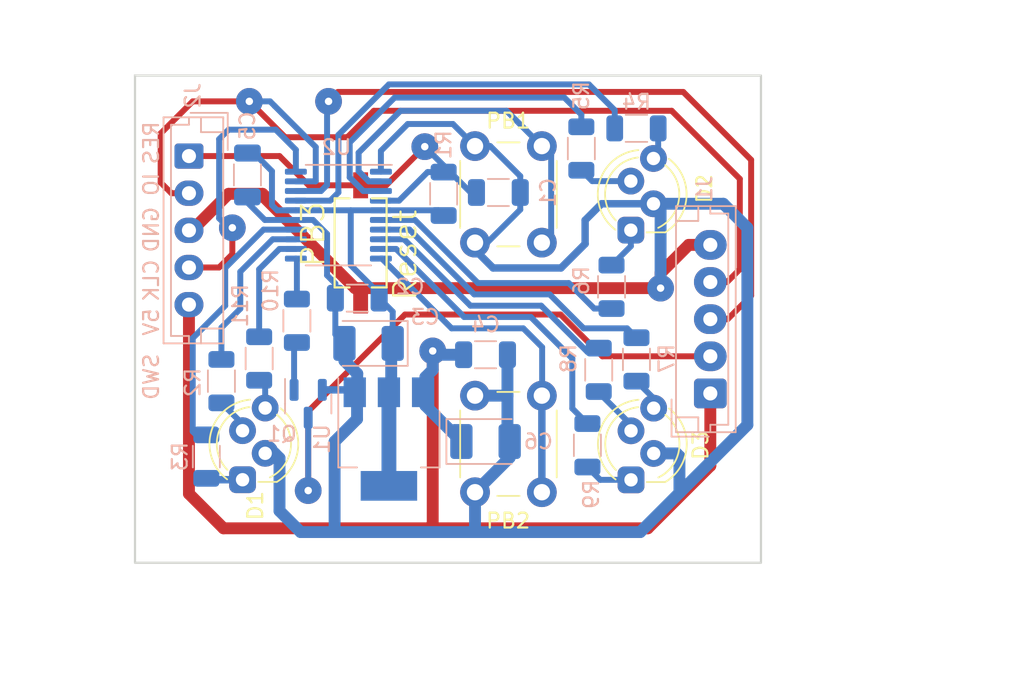
<source format=kicad_pcb>
(kicad_pcb (version 20211014) (generator pcbnew)
  (layers (0 "F.Cu" signal) (31 "B.Cu" signal) (34 "B.Paste" user) (35 "F.Paste" user) (36 "B.SilkS" user "B.Silkscreen") (37 "F.SilkS" user "F.Silkscreen") (38 "B.Mask" user) (39 "F.Mask" user) (44 "Edge.Cuts" user))
  (net 0 "")
  (net 1 "GNDD")
  (net 2 "Net-(C1-Pad2)")
  (net 3 "+3.3V")
  (net 4 "VDD")
  (net 5 "/SWDIO")
  (net 6 "/SWGCLK")
  (net 7 "Net-(D1-Pad4)")
  (net 8 "/SENS2")
  (net 9 "/RELE")
  (net 10 "/PB2")
  (net 11 "/PB1")
  (net 12 "/LED2_1")
  (net 13 "/LED2_2")
  (net 14 "/LED2_3")
  (net 15 "/LED3_1")
  (net 16 "/LED3_2")
  (net 17 "/LED3_3")
  (net 18 "Net-(D1-Pad1)")
  (net 19 "Net-(D1-Pad3)")
  (net 20 "Net-(D2-Pad1)")
  (net 21 "Net-(D2-Pad3)")
  (net 22 "Net-(D2-Pad4)")
  (net 23 "Net-(D3-Pad1)")
  (net 24 "Net-(D3-Pad3)")
  (net 25 "Net-(D3-Pad4)")
  (net 26 "/RELE_LED1")
  (net 27 "/RELE_LED2")
  (net 28 "/RELE_OUT")
  (net 29 "Net-(Q1-Pad1)")
  (net 30 "/RELE_LED3")
  (footprint "Button_Switch_THT:SW_PUSH_6mm" (layer "F.Cu") (at 248.2 46.25 90)
    (fp_text reference "PB2" (at -1.922 2.232) (layer "F.SilkS"))
    (fp_text value "кнопка" hide)
    (fp_line (start 6.75 3) (end 6.75 1.5) (layer "F.SilkS") (width 0.12))
    (fp_line (start -0.25 1.5) (end -0.25 3) (layer "F.SilkS") (width 0.12))
    (fp_line (start 1 5.5) (end 5.5 5.5) (layer "F.SilkS") (width 0.12))
    (fp_line (start 5.5 -1) (end 1 -1) (layer "F.SilkS") (width 0.12))
    (pad "1" thru_hole circle locked (at 0 0 180) (size 2 2) (drill 1.1) (layers *.Cu *.Mask) (net 1 "GNDD"))
    (pad "1" thru_hole circle locked (at 6.5 0 180) (size 2 2) (drill 1.1) (layers *.Cu *.Mask) (net 1 "GNDD"))
    (pad "2" thru_hole circle locked (at 6.5 4.5 180) (size 2 2) (drill 1.1) (layers *.Cu *.Mask) (net 10 "/PB2"))
    (pad "2" thru_hole circle locked (at 0 4.5 180) (size 2 2) (drill 1.1) (layers *.Cu *.Mask) (net 10 "/PB2"))
  )
  (footprint "кнопки:PB_SMD_3x6x2.5" (layer "F.Cu") (at 240.499 25.589 -90)
    (fp_text reference "PB3" (at 3.3 3.2 90) (layer "F.SilkS") (effects (font (size 1.5 1.5))))
    (fp_text value "Reset" (at 4.7 -3 90) (layer "F.SilkS") (effects (font (size 1.5 1.5))))
    (fp_line (start 6.875 -1.75) (end 6.875 -0.75) (layer "F.SilkS") (width 0.15))
    (fp_line (start 0.875 1.75) (end 6.875 1.75) (layer "F.SilkS") (width 0.15))
    (fp_line (start 0.875 -1.75) (end 6.875 -1.75) (layer "F.SilkS") (width 0.15))
    (fp_line (start 6.875 0.75) (end 6.875 1.75) (layer "F.SilkS") (width 0.15))
    (fp_line (start 0.875 0.75) (end 0.875 1.75) (layer "F.SilkS") (width 0.15))
    (fp_line (start 0.875 -1.75) (end 0.875 -0.75) (layer "F.SilkS") (width 0.15))
    (pad "1" smd rect locked (at 0 0 270) (size 1.75 1) (layers "F.Cu" "F.Paste" "F.Mask") (net 2 "Net-(C1-Pad2)"))
    (pad "2" smd rect locked (at 7.75 0 270) (size 1.75 1) (layers "F.Cu" "F.Paste" "F.Mask") (net 1 "GNDD"))
  )
  (footprint "LED_THT:LED_D5.0mm-4_RGB_Staggered_Pins" (layer "F.Cu") (at 232.55 45.41 90)
    (fp_text reference "D1" (at -1.746 0.864 90) (layer "F.SilkS"))
    (fp_text value "LED_RKGB" hide)
    (fp_line (start -0.147 1.061188) (end -0.147 2.307) (layer "F.SilkS") (width 0.12))
    (fp_arc (start 0.660401 -1.015999) (mid 3.242766 -1.592649) (end 4.89309 0.475579) (layer "F.SilkS") (width 0.12))
    (fp_arc (start 0.028 -1.038) (mid 3.238737 -2.109652) (end 5.389836 0.503784) (layer "F.SilkS") (width 0.12))
    (fp_arc (start 4.804334 2.556887) (mid 2.262188 3.748194) (end -0.147 2.30683) (layer "F.SilkS") (width 0.12))
    (fp_arc (start 4.372086 2.315056) (mid 2.134091 3.246393) (end 0.158316 1.842) (layer "F.SilkS") (width 0.12))
    (pad "1" thru_hole roundrect locked (at 0 0 90) (size 1.8 1.8) (drill 0.9) (layers *.Cu *.Mask) (net 18 "Net-(D1-Pad1)"))
    (pad "2" thru_hole circle locked (at 1.778 1.524 90) (size 1.8 1.8) (drill 0.9) (layers *.Cu *.Mask) (net 1 "GNDD"))
    (pad "3" thru_hole circle locked (at 3.302 0 90) (size 1.8 1.8) (drill 0.9) (layers *.Cu *.Mask) (net 19 "Net-(D1-Pad3)"))
    (pad "4" thru_hole circle locked (at 4.826 1.524 90) (size 1.8 1.8) (drill 0.9) (layers *.Cu *.Mask) (net 7 "Net-(D1-Pad4)"))
  )
  (footprint "Button_Switch_THT:SW_PUSH_6mm" (layer "F.Cu") (at 248.2 29.45 90)
    (fp_text reference "PB1" (at 8.202 2.232 180) (layer "F.SilkS"))
    (fp_text value "кнопка")
    (fp_line (start 5.5 -1) (end 1 -1) (layer "F.SilkS") (width 0.12))
    (fp_line (start 6.75 3) (end 6.75 1.5) (layer "F.SilkS") (width 0.12))
    (fp_line (start -0.25 1.5) (end -0.25 3) (layer "F.SilkS") (width 0.12))
    (fp_line (start 1 5.5) (end 5.5 5.5) (layer "F.SilkS") (width 0.12))
    (pad "1" thru_hole circle locked (at 0 0 180) (size 2 2) (drill 1.1) (layers *.Cu *.Mask) (net 1 "GNDD"))
    (pad "1" thru_hole circle locked (at 6.5 0 180) (size 2 2) (drill 1.1) (layers *.Cu *.Mask) (net 1 "GNDD"))
    (pad "2" thru_hole circle locked (at 6.5 4.5 180) (size 2 2) (drill 1.1) (layers *.Cu *.Mask) (net 11 "/PB1"))
    (pad "2" thru_hole circle locked (at 0 4.5 180) (size 2 2) (drill 1.1) (layers *.Cu *.Mask) (net 11 "/PB1"))
  )
  (footprint "LED_THT:LED_D5.0mm-4_RGB_Staggered_Pins" (layer "F.Cu") (at 258.702 45.418 90)
    (fp_text reference "D3" (at 2.326 4.684 90) (layer "F.SilkS"))
    (fp_text value "LED_RKGB" hide)
    (fp_line (start -0.147 1.061188) (end -0.147 2.307) (layer "F.SilkS") (width 0.12))
    (fp_arc (start 0.028 -1.038) (mid 3.238737 -2.109652) (end 5.389836 0.503784) (layer "F.SilkS") (width 0.12))
    (fp_arc (start 4.804334 2.556887) (mid 2.262188 3.748194) (end -0.147 2.30683) (layer "F.SilkS") (width 0.12))
    (fp_arc (start 0.660401 -1.015999) (mid 3.242766 -1.592649) (end 4.89309 0.475579) (layer "F.SilkS") (width 0.12))
    (fp_arc (start 4.372086 2.315056) (mid 2.134091 3.246393) (end 0.158316 1.842) (layer "F.SilkS") (width 0.12))
    (pad "1" thru_hole roundrect locked (at 0 0 90) (size 1.8 1.8) (drill 0.9) (layers *.Cu *.Mask) (net 23 "Net-(D3-Pad1)"))
    (pad "2" thru_hole circle locked (at 1.778 1.524 90) (size 1.8 1.8) (drill 0.9) (layers *.Cu *.Mask) (net 1 "GNDD"))
    (pad "3" thru_hole circle locked (at 3.302 0 90) (size 1.8 1.8) (drill 0.9) (layers *.Cu *.Mask) (net 24 "Net-(D3-Pad3)"))
    (pad "4" thru_hole circle locked (at 4.826 1.524 90) (size 1.8 1.8) (drill 0.9) (layers *.Cu *.Mask) (net 25 "Net-(D3-Pad4)"))
  )
  (footprint "LED_THT:LED_D5.0mm-4_RGB_Staggered_Pins" (layer "F.Cu") (at 258.69 28.61 90)
    (fp_text reference "D2" (at 2.79 4.95 90) (layer "F.SilkS"))
    (fp_text value "LED_RKGB")
    (fp_line (start -0.147 1.061188) (end -0.147 2.307) (layer "F.SilkS") (width 0.12))
    (fp_arc (start 0.660401 -1.015999) (mid 3.242766 -1.592649) (end 4.89309 0.475579) (layer "F.SilkS") (width 0.12))
    (fp_arc (start 0.028 -1.038) (mid 3.238737 -2.109652) (end 5.389836 0.503784) (layer "F.SilkS") (width 0.12))
    (fp_arc (start 4.372086 2.315056) (mid 2.134091 3.246393) (end 0.158316 1.842) (layer "F.SilkS") (width 0.12))
    (fp_arc (start 4.804334 2.556887) (mid 2.262188 3.748194) (end -0.147 2.30683) (layer "F.SilkS") (width 0.12))
    (pad "1" thru_hole roundrect locked (at 0 0 90) (size 1.8 1.8) (drill 0.9) (layers *.Cu *.Mask) (net 20 "Net-(D2-Pad1)"))
    (pad "2" thru_hole circle locked (at 1.778 1.524 90) (size 1.8 1.8) (drill 0.9) (layers *.Cu *.Mask) (net 1 "GNDD"))
    (pad "3" thru_hole circle locked (at 3.302 0 90) (size 1.8 1.8) (drill 0.9) (layers *.Cu *.Mask) (net 21 "Net-(D2-Pad3)"))
    (pad "4" thru_hole circle locked (at 4.826 1.524 90) (size 1.8 1.8) (drill 0.9) (layers *.Cu *.Mask) (net 22 "Net-(D2-Pad4)"))
  )
  (footprint "Resistor_SMD:R_1206_3216Metric" (layer "B.Cu") (at 236.208 34.71 -90)
    (fp_text reference "R10" (at -2.032 1.778 90) (layer "B.SilkS") (effects (justify mirror)))
    (fp_text value "1k")
    (fp_line (start -0.727064 0.91) (end 0.727064 0.91) (layer "B.SilkS") (width 0.12))
    (fp_line (start -0.727064 -0.91) (end 0.727064 -0.91) (layer "B.SilkS") (width 0.12))
    (pad "1" smd roundrect (at -1.4625 0 270) (size 1.125 1.75) (layers "B.Cu" "B.Paste" "B.Mask") (roundrect_rratio 0.2222222222) (net 9 "/RELE"))
    (pad "2" smd roundrect (at 1.4625 0 270) (size 1.125 1.75) (layers "B.Cu" "B.Paste" "B.Mask") (roundrect_rratio 0.2222222222) (net 29 "Net-(Q1-Pad1)"))
  )
  (footprint "Package_SO:TSSOP-20_4.4x6.5mm_P0.65mm" (layer "B.Cu") (at 239.002 27.598 180)
    (fp_text reference "U2" (at 0.127 4.572) (layer "B.SilkS") (effects (justify mirror)))
    (fp_text value "STM32F030F4P6")
    (fp_line (start 0 3.385) (end -3.6 3.385) (layer "B.SilkS") (width 0.12))
    (fp_line (start 0 -3.385) (end -2.2 -3.385) (layer "B.SilkS") (width 0.12))
    (fp_line (start 0 3.385) (end 2.2 3.385) (layer "B.SilkS") (width 0.12))
    (fp_line (start 0 -3.385) (end 2.2 -3.385) (layer "B.SilkS") (width 0.12))
    (pad "1" smd roundrect (at -2.8625 2.925 180) (size 1.475 0.4) (layers "B.Cu" "B.Paste" "B.Mask") (net 1 "GNDD"))
    (pad "2" smd roundrect (at -2.8625 2.275 180) (size 1.475 0.4) (layers "B.Cu" "B.Paste" "B.Mask") (net 11 "/PB1"))
    (pad "3" smd roundrect (at -2.8625 1.625 180) (size 1.475 0.4) (layers "B.Cu" "B.Paste" "B.Mask") (net 13 "/LED2_2"))
    (pad "4" smd roundrect (at -2.8625 0.975 180) (size 1.475 0.4) (layers "B.Cu" "B.Paste" "B.Mask") (net 2 "Net-(C1-Pad2)"))
    (pad "5" smd roundrect (at -2.8625 0.325 180) (size 1.475 0.4) (layers "B.Cu" "B.Paste" "B.Mask") (net 3 "+3.3V"))
    (pad "6" smd roundrect (at -2.8625 -0.325 180) (size 1.475 0.4) (layers "B.Cu" "B.Paste" "B.Mask") (net 12 "/LED2_1"))
    (pad "7" smd roundrect (at -2.8625 -0.975 180) (size 1.475 0.4) (layers "B.Cu" "B.Paste" "B.Mask") (net 17 "/LED3_3"))
    (pad "8" smd roundrect (at -2.8625 -1.625 180) (size 1.475 0.4) (layers "B.Cu" "B.Paste" "B.Mask") (net 16 "/LED3_2"))
    (pad "9" smd roundrect (at -2.8625 -2.275 180) (size 1.475 0.4) (layers "B.Cu" "B.Paste" "B.Mask") (net 15 "/LED3_1"))
    (pad "10" smd roundrect (at -2.8625 -2.925 180) (size 1.475 0.4) (layers "B.Cu" "B.Paste" "B.Mask") (net 10 "/PB2"))
    (pad "11" smd roundrect (at 2.8625 -2.925 180) (size 1.475 0.4) (layers "B.Cu" "B.Paste" "B.Mask") (net 9 "/RELE"))
    (pad "12" smd roundrect (at 2.8625 -2.275 180) (size 1.475 0.4) (layers "B.Cu" "B.Paste" "B.Mask") (net 30 "/RELE_LED3"))
    (pad "13" smd roundrect (at 2.8625 -1.625 180) (size 1.475 0.4) (layers "B.Cu" "B.Paste" "B.Mask") (net 27 "/RELE_LED2"))
    (pad "14" smd roundrect (at 2.8625 -0.975 180) (size 1.475 0.4) (layers "B.Cu" "B.Paste" "B.Mask") (net 26 "/RELE_LED1"))
    (pad "15" smd roundrect (at 2.8625 -0.325 180) (size 1.475 0.4) (layers "B.Cu" "B.Paste" "B.Mask") (net 1 "GNDD"))
    (pad "16" smd roundrect (at 2.8625 0.325 180) (size 1.475 0.4) (layers "B.Cu" "B.Paste" "B.Mask") (net 3 "+3.3V"))
    (pad "17" smd roundrect (at 2.8625 0.975 180) (size 1.475 0.4) (layers "B.Cu" "B.Paste" "B.Mask") (net 14 "/LED2_3"))
    (pad "18" smd roundrect (at 2.8625 1.625 180) (size 1.475 0.4) (layers "B.Cu" "B.Paste" "B.Mask") (net 8 "/SENS2"))
    (pad "19" smd roundrect (at 2.8625 2.275 180) (size 1.475 0.4) (layers "B.Cu" "B.Paste" "B.Mask") (net 5 "/SWDIO"))
    (pad "20" smd roundrect (at 2.8625 2.925 180) (size 1.475 0.4) (layers "B.Cu" "B.Paste" "B.Mask") (net 6 "/SWGCLK"))
  )
  (footprint "Connector_JST:JST_EH_B5B-EH-A_1x05_P2.50mm_Vertical" (layer "B.Cu") (at 228.942 23.622 -90)
    (fp_text reference "J2" (at -4.064 -0.254 90) (layer "B.SilkS") (effects (justify mirror)))
    (fp_text value "Conn_01x05")
    (fp_line (start 12.11 0) (end 12.61 0) (layer "B.SilkS") (width 0.12))
    (fp_line (start -1.61 -0.81) (end -1.61 -2.31) (layer "B.SilkS") (width 0.12))
    (fp_line (start 12.61 1.71) (end -2.61 1.71) (layer "B.SilkS") (width 0.12))
    (fp_line (start 12.11 1.21) (end 12.11 0) (layer "B.SilkS") (width 0.12))
    (fp_line (start 12.61 -2.31) (end 12.61 1.71) (layer "B.SilkS") (width 0.12))
    (fp_line (start -2.61 1.71) (end -2.61 -2.31) (layer "B.SilkS") (width 0.12))
    (fp_line (start -2.61 0) (end -2.11 0) (layer "B.SilkS") (width 0.12))
    (fp_line (start -2.61 -2.31) (end 12.61 -2.31) (layer "B.SilkS") (width 0.12))
    (fp_line (start -2.11 1.21) (end 12.11 1.21) (layer "B.SilkS") (width 0.12))
    (fp_line (start 11.61 -0.81) (end 11.61 -2.31) (layer "B.SilkS") (width 0.12))
    (fp_line (start -2.11 0) (end -2.11 1.21) (layer "B.SilkS") (width 0.12))
    (fp_line (start 12.61 -0.81) (end 11.61 -0.81) (layer "B.SilkS") (width 0.12))
    (fp_line (start -2.61 -0.81) (end -1.61 -0.81) (layer "B.SilkS") (width 0.12))
    (fp_line (start -2.91 -2.61) (end -0.41 -2.61) (layer "B.SilkS") (width 0.12))
    (fp_line (start -2.91 -0.11) (end -2.91 -2.61) (layer "B.SilkS") (width 0.12))
    (pad "1" thru_hole roundrect (at 0 0 270) (size 1.7 1.95) (drill 0.95) (layers *.Cu *.Mask) (roundrect_rratio 0.147059) (net 2 "Net-(C1-Pad2)"))
    (pad "2" thru_hole oval (at 2.5 0 270) (size 1.7 1.95) (drill 0.95) (layers *.Cu *.Mask) (net 5 "/SWDIO"))
    (pad "3" thru_hole oval (at 5 0 270) (size 1.7 1.95) (drill 0.95) (layers *.Cu *.Mask) (net 1 "GNDD"))
    (pad "4" thru_hole oval (at 7.5 0 270) (size 1.7 1.95) (drill 0.95) (layers *.Cu *.Mask) (net 6 "/SWGCLK"))
    (pad "5" thru_hole oval (at 10 0 270) (size 1.7 1.95) (drill 0.95) (layers *.Cu *.Mask) (net 4 "VDD"))
  )
  (footprint "Capacitor_Tantalum_SMD:CP_EIA-3528-21_Kemet-B_Pad1.50x2.35mm_HandSolder" (layer "B.Cu") (at 241.034 36.234 180)
    (fp_text reference "C3" (at -3.81 1.778) (layer "B.SilkS") (effects (justify mirror)))
    (fp_text value "100.0x6.3V")
    (fp_line (start 1.75 1.51) (end -2.635 1.51) (layer "B.SilkS") (width 0.12))
    (fp_line (start -2.635 1.51) (end -2.635 -1.51) (layer "B.SilkS") (width 0.12))
    (fp_line (start -2.635 -1.51) (end 1.75 -1.51) (layer "B.SilkS") (width 0.12))
    (pad "1" smd roundrect (at -1.625 0 180) (size 1.5 2.35) (layers "B.Cu" "B.Paste" "B.Mask") (roundrect_rratio 0.1666673333) (net 3 "+3.3V"))
    (pad "2" smd roundrect (at 1.625 0 180) (size 1.5 2.35) (layers "B.Cu" "B.Paste" "B.Mask") (roundrect_rratio 0.1666673333) (net 1 "GNDD"))
  )
  (footprint "Capacitor_SMD:C_1206_3216Metric" (layer "B.Cu") (at 248.908 36.996)
    (fp_text reference "C4" (at 0 -2.032 180) (layer "B.SilkS") (effects (justify mirror)))
    (fp_text value "0.1")
    (fp_line (start -0.711252 -0.91) (end 0.711252 -0.91) (layer "B.SilkS") (width 0.12))
    (fp_line (start -0.711252 0.91) (end 0.711252 0.91) (layer "B.SilkS") (width 0.12))
    (pad "1" smd roundrect (at -1.475 0) (size 1.15 1.8) (layers "B.Cu" "B.Paste" "B.Mask") (roundrect_rratio 0.2173913043) (net 4 "VDD"))
    (pad "2" smd roundrect (at 1.475 0) (size 1.15 1.8) (layers "B.Cu" "B.Paste" "B.Mask") (roundrect_rratio 0.2173913043) (net 1 "GNDD"))
  )
  (footprint "Capacitor_SMD:C_1206_3216Metric" (layer "B.Cu") (at 232.879 24.892 -90)
    (fp_text reference "C5" (at -3.302 0 90) (layer "B.SilkS") (effects (justify mirror)))
    (fp_text value "0.1")
    (fp_line (start -0.711252 0.91) (end 0.711252 0.91) (layer "B.SilkS") (width 0.12))
    (fp_line (start -0.711252 -0.91) (end 0.711252 -0.91) (layer "B.SilkS") (width 0.12))
    (pad "1" smd roundrect (at -1.475 0 270) (size 1.15 1.8) (layers "B.Cu" "B.Paste" "B.Mask") (roundrect_rratio 0.2173913043) (net 3 "+3.3V"))
    (pad "2" smd roundrect (at 1.475 0 270) (size 1.15 1.8) (layers "B.Cu" "B.Paste" "B.Mask") (roundrect_rratio 0.2173913043) (net 1 "GNDD"))
  )
  (footprint "Resistor_SMD:R_1206_3216Metric" (layer "B.Cu") (at 259.068 37.3115 -90)
    (fp_text reference "R7" (at -0.0615 -2.032 90) (layer "B.SilkS") (effects (justify mirror)))
    (fp_text value "62")
    (fp_line (start -0.727064 0.91) (end 0.727064 0.91) (layer "B.SilkS") (width 0.12))
    (fp_line (start -0.727064 -0.91) (end 0.727064 -0.91) (layer "B.SilkS") (width 0.12))
    (pad "1" smd roundrect (at -1.4625 0 270) (size 1.125 1.75) (layers "B.Cu" "B.Paste" "B.Mask") (roundrect_rratio 0.2222222222) (net 17 "/LED3_3"))
    (pad "2" smd roundrect (at 1.4625 0 270) (size 1.125 1.75) (layers "B.Cu" "B.Paste" "B.Mask") (roundrect_rratio 0.2222222222) (net 25 "Net-(D3-Pad4)"))
  )
  (footprint "Resistor_SMD:R_1206_3216Metric" (layer "B.Cu") (at 255.358 23.114 -90)
    (fp_text reference "R5" (at -3.556 0 90) (layer "B.SilkS") (effects (justify mirror)))
    (fp_text value "100")
    (fp_line (start -0.727064 0.91) (end 0.727064 0.91) (layer "B.SilkS") (width 0.12))
    (fp_line (start -0.727064 -0.91) (end 0.727064 -0.91) (layer "B.SilkS") (width 0.12))
    (pad "1" smd roundrect (at -1.4625 0 270) (size 1.125 1.75) (layers "B.Cu" "B.Paste" "B.Mask") (roundrect_rratio 0.2222222222) (net 13 "/LED2_2"))
    (pad "2" smd roundrect (at 1.4625 0 270) (size 1.125 1.75) (layers "B.Cu" "B.Paste" "B.Mask") (roundrect_rratio 0.2222222222) (net 21 "Net-(D2-Pad3)"))
  )
  (footprint "Resistor_SMD:R_1206_3216Metric" (layer "B.Cu") (at 231.128 38.774 -90)
    (fp_text reference "R2" (at 0.088 1.932 90) (layer "B.SilkS") (effects (justify mirror)))
    (fp_text value "100")
    (fp_line (start -0.727064 0.91) (end 0.727064 0.91) (layer "B.SilkS") (width 0.12))
    (fp_line (start -0.727064 -0.91) (end 0.727064 -0.91) (layer "B.SilkS") (width 0.12))
    (pad "1" smd roundrect (at -1.4625 0 270) (size 1.125 1.75) (layers "B.Cu" "B.Paste" "B.Mask") (roundrect_rratio 0.2222222222) (net 27 "/RELE_LED2"))
    (pad "2" smd roundrect (at 1.4625 0 270) (size 1.125 1.75) (layers "B.Cu" "B.Paste" "B.Mask") (roundrect_rratio 0.2222222222) (net 19 "Net-(D1-Pad3)"))
  )
  (footprint "Capacitor_Tantalum_SMD:CP_EIA-3528-21_Kemet-B_Pad1.50x2.35mm_HandSolder" (layer "B.Cu") (at 248.908 42.838)
    (fp_text reference "C6" (at 3.556 0) (layer "B.SilkS") (effects (justify mirror)))
    (fp_text value "100.0x6.3V")
    (fp_line (start -2.635 1.51) (end -2.635 -1.51) (layer "B.SilkS") (width 0.12))
    (fp_line (start 1.75 1.51) (end -2.635 1.51) (layer "B.SilkS") (width 0.12))
    (fp_line (start -2.635 -1.51) (end 1.75 -1.51) (layer "B.SilkS") (width 0.12))
    (pad "1" smd roundrect (at -1.625 0) (size 1.5 2.35) (layers "B.Cu" "B.Paste" "B.Mask") (roundrect_rratio 0.1666673333) (net 4 "VDD"))
    (pad "2" smd roundrect (at 1.625 0) (size 1.5 2.35) (layers "B.Cu" "B.Paste" "B.Mask") (roundrect_rratio 0.1666673333) (net 1 "GNDD"))
  )
  (footprint "Capacitor_SMD:C_1206_3216Metric" (layer "B.Cu") (at 249.77 26.074 180)
    (fp_text reference "C1" (at -3.351 0 90) (layer "B.SilkS") (effects (justify mirror)))
    (fp_text value "0.1")
    (fp_line (start -0.711252 -0.91) (end 0.711252 -0.91) (layer "B.SilkS") (width 0.12))
    (fp_line (start -0.711252 0.91) (end 0.711252 0.91) (layer "B.SilkS") (width 0.12))
    (pad "1" smd roundrect (at -1.475 0 180) (size 1.15 1.8) (layers "B.Cu" "B.Paste" "B.Mask") (roundrect_rratio 0.2173913043) (net 1 "GNDD"))
    (pad "2" smd roundrect (at 1.475 0 180) (size 1.15 1.8) (layers "B.Cu" "B.Paste" "B.Mask") (roundrect_rratio 0.2173913043) (net 2 "Net-(C1-Pad2)"))
  )
  (footprint "Resistor_SMD:R_1206_3216Metric" (layer "B.Cu") (at 257.39 32.424 90)
    (fp_text reference "R6" (at 0.42 -2.032 90) (layer "B.SilkS") (effects (justify mirror)))
    (fp_text value "220")
    (fp_line (start -0.727064 -0.91) (end 0.727064 -0.91) (layer "B.SilkS") (width 0.12))
    (fp_line (start -0.727064 0.91) (end 0.727064 0.91) (layer "B.SilkS") (width 0.12))
    (pad "1" smd roundrect (at -1.4625 0 90) (size 1.125 1.75) (layers "B.Cu" "B.Paste" "B.Mask") (roundrect_rratio 0.2222222222) (net 12 "/LED2_1"))
    (pad "2" smd roundrect (at 1.4625 0 90) (size 1.125 1.75) (layers "B.Cu" "B.Paste" "B.Mask") (roundrect_rratio 0.2222222222) (net 20 "Net-(D2-Pad1)"))
  )
  (footprint "Resistor_SMD:R_1206_3216Metric" (layer "B.Cu") (at 259.068 21.756)
    (fp_text reference "R4" (at 0 -1.778) (layer "B.SilkS") (effects (justify mirror)))
    (fp_text value "62")
    (fp_line (start -0.727064 -0.91) (end 0.727064 -0.91) (layer "B.SilkS") (width 0.12))
    (fp_line (start -0.727064 0.91) (end 0.727064 0.91) (layer "B.SilkS") (width 0.12))
    (pad "1" smd roundrect (at -1.4625 0) (size 1.125 1.75) (layers "B.Cu" "B.Paste" "B.Mask") (roundrect_rratio 0.2222222222) (net 14 "/LED2_3"))
    (pad "2" smd roundrect (at 1.4625 0) (size 1.125 1.75) (layers "B.Cu" "B.Paste" "B.Mask") (roundrect_rratio 0.2222222222) (net 22 "Net-(D2-Pad4)"))
  )
  (footprint "Package_TO_SOT_SMD:SOT-223-3_TabPin2" (layer "B.Cu") (at 242.404 42.672 -90)
    (fp_text reference "U1" (at 0 4.5 90) (layer "B.SilkS") (effects (justify mirror)))
    (fp_text value "LM1117-3.3")
    (fp_line (start -1.85 -3.41) (end 1.91 -3.41) (layer "B.SilkS") (width 0.12))
    (fp_line (start 1.91 3.41) (end 1.91 2.15) (layer "B.SilkS") (width 0.12))
    (fp_line (start 1.91 -3.41) (end 1.91 -2.15) (layer "B.SilkS") (width 0.12))
    (fp_line (start -4.1 3.41) (end 1.91 3.41) (layer "B.SilkS") (width 0.12))
    (pad "1" smd rect (at -3.15 2.3 270) (size 2 1.5) (layers "B.Cu" "B.Paste" "B.Mask") (net 1 "GNDD"))
    (pad "2" smd rect (at 3.15 0 270) (size 2 3.8) (layers "B.Cu" "B.Paste" "B.Mask") (net 3 "+3.3V"))
    (pad "2" smd rect (at -3.15 0 270) (size 2 1.5) (layers "B.Cu" "B.Paste" "B.Mask") (net 3 "+3.3V"))
    (pad "3" smd rect (at -3.15 -2.3 270) (size 2 1.5) (layers "B.Cu" "B.Paste" "B.Mask") (net 4 "VDD"))
  )
  (footprint "Capacitor_SMD:C_1206_3216Metric" (layer "B.Cu") (at 240.272 33.186 180)
    (fp_text reference "C2" (at -3.556 0.762) (layer "B.SilkS") (effects (justify mirror)))
    (fp_text value "0.1")
    (fp_line (start -0.711252 -0.91) (end 0.711252 -0.91) (layer "B.SilkS") (width 0.12))
    (fp_line (start -0.711252 0.91) (end 0.711252 0.91) (layer "B.SilkS") (width 0.12))
    (pad "1" smd roundrect (at -1.475 0 180) (size 1.15 1.8) (layers "B.Cu" "B.Paste" "B.Mask") (roundrect_rratio 0.2173913043) (net 3 "+3.3V"))
    (pad "2" smd roundrect (at 1.475 0 180) (size 1.15 1.8) (layers "B.Cu" "B.Paste" "B.Mask") (roundrect_rratio 0.2173913043) (net 1 "GNDD"))
  )
  (footprint "Connector_JST:JST_EH_B5B-EH-A_1x05_P2.50mm_Vertical" (layer "B.Cu") (at 264.04 39.6 90)
    (fp_text reference "J1" (at 13.78 -0.392 90) (layer "B.SilkS") (effects (justify mirror)))
    (fp_text value "Conn_01x05")
    (fp_line (start -2.61 1.71) (end -2.61 -2.31) (layer "B.SilkS") (width 0.12))
    (fp_line (start -2.61 -2.31) (end 12.61 -2.31) (layer "B.SilkS") (width 0.12))
    (fp_line (start -2.61 0) (end -2.11 0) (layer "B.SilkS") (width 0.12))
    (fp_line (start 12.61 -0.81) (end 11.61 -0.81) (layer "B.SilkS") (width 0.12))
    (fp_line (start 12.11 1.21) (end 12.11 0) (layer "B.SilkS") (width 0.12))
    (fp_line (start -1.61 -0.81) (end -1.61 -2.31) (layer "B.SilkS") (width 0.12))
    (fp_line (start 11.61 -0.81) (end 11.61 -2.31) (layer "B.SilkS") (width 0.12))
    (fp_line (start -2.91 -0.11) (end -2.91 -2.61) (layer "B.SilkS") (width 0.12))
    (fp_line (start 12.61 -2.31) (end 12.61 1.71) (layer "B.SilkS") (width 0.12))
    (fp_line (start -2.61 -0.81) (end -1.61 -0.81) (layer "B.SilkS") (width 0.12))
    (fp_line (start -2.11 0) (end -2.11 1.21) (layer "B.SilkS") (width 0.12))
    (fp_line (start 12.61 1.71) (end -2.61 1.71) (layer "B.SilkS") (width 0.12))
    (fp_line (start 12.11 0) (end 12.61 0) (layer "B.SilkS") (width 0.12))
    (fp_line (start -2.91 -2.61) (end -0.41 -2.61) (layer "B.SilkS") (width 0.12))
    (fp_line (start -2.11 1.21) (end 12.11 1.21) (layer "B.SilkS") (width 0.12))
    (pad "1" thru_hole roundrect locked (at 0 0 90) (size 2 2.2) (drill 0.95) (layers *.Cu *.Mask) (roundrect_rratio 0.147059) (net 4 "VDD"))
    (pad "2" thru_hole oval locked (at 2.5 0 90) (size 2 2.2) (drill 0.95) (layers *.Cu *.Mask) (net 28 "/RELE_OUT"))
    (pad "3" thru_hole oval locked (at 5 0 90) (size 2 2.2) (drill 0.95) (layers *.Cu *.Mask) (net 8 "/SENS2"))
    (pad "4" thru_hole oval locked (at 7.5 0 90) (size 2 2.2) (drill 0.95) (layers *.Cu *.Mask) (net 5 "/SWDIO"))
    (pad "5" thru_hole oval locked (at 10 0 90) (size 2 2.2) (drill 0.95) (layers *.Cu *.Mask) (net 1 "GNDD"))
  )
  (footprint "Resistor_SMD:R_1206_3216Metric" (layer "B.Cu") (at 255.766 43.092 -90)
    (fp_text reference "R9" (at 3.302 -0.254 90) (layer "B.SilkS") (effects (justify mirror)))
    (fp_text value "220")
    (fp_line (start -0.727064 0.91) (end 0.727064 0.91) (layer "B.SilkS") (width 0.12))
    (fp_line (start -0.727064 -0.91) (end 0.727064 -0.91) (layer "B.SilkS") (width 0.12))
    (pad "1" smd roundrect (at -1.4625 0 270) (size 1.125 1.75) (layers "B.Cu" "B.Paste" "B.Mask") (roundrect_rratio 0.2222222222) (net 15 "/LED3_1"))
    (pad "2" smd roundrect (at 1.4625 0 270) (size 1.125 1.75) (layers "B.Cu" "B.Paste" "B.Mask") (roundrect_rratio 0.2222222222) (net 23 "Net-(D3-Pad1)"))
  )
  (footprint "Resistor_SMD:R_1206_3216Metric" (layer "B.Cu") (at 256.528 38.012 -90)
    (fp_text reference "R8" (at -0.762 2.032 90) (layer "B.SilkS") (effects (justify mirror)))
    (fp_text value "100")
    (fp_line (start -0.727064 0.91) (end 0.727064 0.91) (layer "B.SilkS") (width 0.12))
    (fp_line (start -0.727064 -0.91) (end 0.727064 -0.91) (layer "B.SilkS") (width 0.12))
    (pad "1" smd roundrect (at -1.4625 0 270) (size 1.125 1.75) (layers "B.Cu" "B.Paste" "B.Mask") (roundrect_rratio 0.2222222222) (net 16 "/LED3_2"))
    (pad "2" smd roundrect (at 1.4625 0 270) (size 1.125 1.75) (layers "B.Cu" "B.Paste" "B.Mask") (roundrect_rratio 0.2222222222) (net 24 "Net-(D3-Pad3)"))
  )
  (footprint "Resistor_SMD:R_1206_3216Metric" (layer "B.Cu") (at 246.087 26.162 90)
    (fp_text reference "R1" (at 3.302 0 90) (layer "B.SilkS") (effects (justify mirror)))
    (fp_text value "10k")
    (fp_line (start -0.727064 -0.91) (end 0.727064 -0.91) (layer "B.SilkS") (width 0.12))
    (fp_line (start -0.727064 0.91) (end 0.727064 0.91) (layer "B.SilkS") (width 0.12))
    (pad "1" smd roundrect (at -1.4625 0 90) (size 1.125 1.75) (layers "B.Cu" "B.Paste" "B.Mask") (roundrect_rratio 0.2222222222) (net 3 "+3.3V"))
    (pad "2" smd roundrect (at 1.4625 0 90) (size 1.125 1.75) (layers "B.Cu" "B.Paste" "B.Mask") (roundrect_rratio 0.2222222222) (net 2 "Net-(C1-Pad2)"))
  )
  (footprint "Resistor_SMD:R_1206_3216Metric" (layer "B.Cu") (at 230.112 43.854 -90)
    (fp_text reference "R3" (at 0 1.778 90) (layer "B.SilkS") (effects (justify mirror)))
    (fp_text value "220")
    (fp_line (start -0.727064 -0.91) (end 0.727064 -0.91) (layer "B.SilkS") (width 0.12))
    (fp_line (start -0.727064 0.91) (end 0.727064 0.91) (layer "B.SilkS") (width 0.12))
    (pad "1" smd roundrect (at -1.4625 0 270) (size 1.125 1.75) (layers "B.Cu" "B.Paste" "B.Mask") (roundrect_rratio 0.2222222222) (net 26 "/RELE_LED1"))
    (pad "2" smd roundrect (at 1.4625 0 270) (size 1.125 1.75) (layers "B.Cu" "B.Paste" "B.Mask") (roundrect_rratio 0.2222222222) (net 18 "Net-(D1-Pad1)"))
  )
  (footprint "Package_TO_SOT_SMD:SOT-23" (layer "B.Cu") (at 236.97 40.298 -90)
    (fp_text reference "Q1" (at 2.032 1.778) (layer "B.SilkS") (effects (justify mirror)))
    (fp_text value "BC817")
    (fp_line (start 0 -1.56) (end 0.65 -1.56) (layer "B.SilkS") (width 0.12))
    (fp_line (start 0 1.56) (end 0.65 1.56) (layer "B.SilkS") (width 0.12))
    (fp_line (start 0 -1.56) (end -0.65 -1.56) (layer "B.SilkS") (width 0.12))
    (fp_line (start 0 1.56) (end -1.675 1.56) (layer "B.SilkS") (width 0.12))
    (pad "1" smd roundrect (at -0.9375 0.95 270) (size 1.475 0.6) (layers "B.Cu" "B.Paste" "B.Mask") (net 29 "Net-(Q1-Pad1)"))
    (pad "2" smd roundrect (at -0.9375 -0.95 270) (size 1.475 0.6) (layers "B.Cu" "B.Paste" "B.Mask") (net 1 "GNDD"))
    (pad "3" smd roundrect (at 0.9375 0 270) (size 1.475 0.6) (layers "B.Cu" "B.Paste" "B.Mask") (net 28 "/RELE_OUT"))
  )
  (footprint "Resistor_SMD:R_1206_3216Metric" (layer "B.Cu") (at 233.668 37.25 -90)
    (fp_text reference "R11" (at -3.556 1.27 90) (layer "B.SilkS") (effects (justify mirror)))
    (fp_text value "62")
    (fp_line (start -0.727064 0.91) (end 0.727064 0.91) (layer "B.SilkS") (width 0.12))
    (fp_line (start -0.727064 -0.91) (end 0.727064 -0.91) (layer "B.SilkS") (width 0.12))
    (pad "1" smd roundrect (at -1.4625 0 270) (size 1.125 1.75) (layers "B.Cu" "B.Paste" "B.Mask") (roundrect_rratio 0.2222222222) (net 30 "/RELE_LED3"))
    (pad "2" smd roundrect (at 1.4625 0 270) (size 1.125 1.75) (layers "B.Cu" "B.Paste" "B.Mask") (roundrect_rratio 0.2222222222) (net 7 "Net-(D1-Pad4)"))
  )
  (gr_rect (start 225.31 18.2) (end 267.45 51) (layer "Edge.Cuts") (width 0.15) (fill none))
  (gr_text "GND" (at 226.402 28.575 90) (layer "B.SilkS") (effects (font (size 1 1)) (justify mirror)))
  (gr_text "RES" (at 226.402 22.733 90) (layer "B.SilkS") (effects (font (size 1 1)) (justify mirror)))
  (gr_text "CLK" (at 226.402 32.004 90) (layer "B.SilkS") (effects (font (size 1 1)) (justify mirror)))
  (gr_text "SWD" (at 226.402 38.481 90) (layer "B.SilkS") (effects (font (size 1 1)) (justify mirror)))
  (gr_text "5V" (at 226.402 34.798 90) (layer "B.SilkS") (effects (font (size 1 1)) (justify mirror)))
  (gr_text "IO" (at 226.402 25.527 90) (layer "B.SilkS") (effects (font (size 1 1)) (justify mirror)))
  (segment (start 231.609 26.162) (end 229.149 28.622) (width 0.8) (layer "F.Cu") (net 1))
  (segment (start 234.022 26.289) (end 233.895 26.162) (width 0.8) (layer "F.Cu") (net 1))
  (segment (start 240.499 32.893) (end 240.118 32.512) (width 0.4) (layer "F.Cu") (net 1))
  (segment (start 229.149 28.622) (end 228.942 28.622) (width 0.8) (layer "F.Cu") (net 1))
  (segment (start 233.895 26.162) (end 231.609 26.162) (width 0.8) (layer "F.Cu") (net 1))
  (segment (start 234.022 26.416) (end 234.022 26.289) (width 0.8) (layer "F.Cu") (net 1))
  (segment (start 240.499 33.339) (end 240.499 32.893) (width 0.4) (layer "F.Cu") (net 1))
  (segment (start 264.04 29.6) (end 262.588 29.6) (width 0.8) (layer "F.Cu") (net 1))
  (segment (start 262.588 29.6) (end 260.692 31.496) (width 0.8) (layer "F.Cu") (net 1))
  (segment (start 260.692 31.496) (end 260.692 32.512) (width 0.8) (layer "F.Cu") (net 1))
  (segment (start 240.118 32.512) (end 260.692 32.512) (width 0.8) (layer "F.Cu") (net 1))
  (segment (start 240.118 32.512) (end 234.022 26.416) (width 0.8) (layer "F.Cu") (net 1))
  (via (at 260.692 32.512) (size 1.8) (drill 0.5) (layers "F.Cu" "B.Cu") (net 1))
  (segment (start 240.258 39.434) (end 240.258 41.328) (width 0.8) (layer "B.Cu") (net 1))
  (segment (start 260.226 43.64) (end 261.768 43.64) (width 0.8) (layer "B.Cu") (net 1))
  (segment (start 243.674 21.463) (end 246.713 21.463) (width 0.4) (layer "B.Cu") (net 1))
  (segment (start 237.92 39.3605) (end 240.1845 39.3605) (width 0.5) (layer "B.Cu") (net 1))
  (segment (start 236.462 48.934) (end 238.748 48.934) (width 0.8) (layer "B.Cu") (net 1))
  (segment (start 236.1395 27.923) (end 237.295 27.923) (width 0.4) (layer "B.Cu") (net 1))
  (segment (start 250.533 42.838) (end 250.533 43.917) (width 0.8) (layer "B.Cu") (net 1))
  (segment (start 234.716 43.632) (end 235.038 43.954) (width 0.8) (layer "B.Cu") (net 1))
  (segment (start 238.748 48.934) (end 248.4 48.934) (width 0.8) (layer "B.Cu") (net 1))
  (segment (start 241.8645 24.673) (end 241.8645 23.2725) (width 0.4) (layer "B.Cu") (net 1))
  (segment (start 261.962 46.294) (end 259.322 48.934) (width 0.8) (layer "B.Cu") (net 1))
  (segment (start 238.748 42.838) (end 238.748 48.934) (width 0.8) (layer "B.Cu") (net 1))
  (segment (start 235.038 43.954) (end 235.038 47.51) (width 0.8) (layer "B.Cu") (net 1))
  (segment (start 248.2 29.45) (end 248.2 29.938) (width 0.5) (layer "B.Cu") (net 1))
  (segment (start 248.2 46.25) (end 248.2 48.734) (width 0.8) (layer "B.Cu") (net 1))
  (segment (start 266.534 28.448) (end 266.534 41.722) (width 0.8) (layer "B.Cu") (net 1))
  (segment (start 238.797 33.186) (end 238.797 35.622) (width 0.4) (layer "B.Cu") (net 1))
  (segment (start 256.72 26.832) (end 260.214 26.832) (width 0.5) (layer "B.Cu") (net 1))
  (segment (start 251.245 27.227) (end 251.245 26.074) (width 0.4) (layer "B.Cu") (net 1))
  (segment (start 248.2 22.95) (end 249.225 22.95) (width 0.4) (layer "B.Cu") (net 1))
  (segment (start 240.272 39.42) (end 240.258 39.434) (width 0.8) (layer "B.Cu") (net 1))
  (segment (start 238.797 35.622) (end 239.409 36.234) (width 0.4) (layer "B.Cu") (net 1))
  (segment (start 255.612 29.53) (end 255.612 27.94) (width 0.5) (layer "B.Cu") (net 1))
  (segment (start 234.074 43.632) (end 234.716 43.632) (width 0.8) (layer "B.Cu") (net 1))
  (segment (start 238.24 31.65) (end 238.797 32.207) (width 0.4) (layer "B.Cu") (net 1))
  (segment (start 250.383 42.688) (end 250.533 42.838) (width 0.8) (layer "B.Cu") (net 1))
  (segment (start 236.1395 27.923) (end 234.054 27.923) (width 0.4) (layer "B.Cu") (net 1))
  (segment (start 239.409 36.234) (end 239.409 37.403) (width 0.8) (layer "B.Cu") (net 1))
  (segment (start 237.295 27.923) (end 238.24 28.868) (width 0.4) (layer "B.Cu") (net 1))
  (segment (start 250.383 39.741) (end 250.383 42.688) (width 0.8) (layer "B.Cu") (net 1))
  (segment (start 249.022 29.45) (end 251.245 27.227) (width 0.4) (layer "B.Cu") (net 1))
  (segment (start 240.258 41.328) (end 238.748 42.838) (width 0.8) (layer "B.Cu") (net 1))
  (segment (start 249.416 31.154) (end 253.988 31.154) (width 0.5) (layer "B.Cu") (net 1))
  (segment (start 246.713 21.463) (end 248.2 22.95) (width 0.4) (layer "B.Cu") (net 1))
  (segment (start 253.988 31.154) (end 255.612 29.53) (width 0.5) (layer "B.Cu") (net 1))
  (segment (start 240.272 38.266) (end 240.272 39.42) (width 0.8) (layer "B.Cu") (net 1))
  (segment (start 261.768 43.64) (end 261.962 43.834) (width 0.8) (layer "B.Cu") (net 1))
  (segment (start 260.692 27.31) (end 260.692 32.512) (width 0.8) (layer "B.Cu") (net 1))
  (segment (start 250.383 36.996) (end 250.383 39.741) (width 0.8) (layer "B.Cu") (net 1))
  (segment (start 260.214 26.832) (end 264.918 26.832) (width 0.8) (layer "B.Cu") (net 1))
  (segment (start 250.533 43.917) (end 248.2 46.25) (width 0.8) (layer "B.Cu") (net 1))
  (segment (start 241.8645 23.2725) (end 243.674 21.463) (width 0.4) (layer "B.Cu") (net 1))
  (segment (start 248.2 39.75) (end 250.374 39.75) (width 0.8) (layer "B.Cu") (net 1))
  (segment (start 259.322 48.934) (end 248.4 48.934) (width 0.8) (layer "B.Cu") (net 1))
  (segment (start 238.24 28.868) (end 238.24 31.65) (width 0.4) (layer "B.Cu") (net 1))
  (segment (start 235.038 47.51) (end 236.462 48.934) (width 0.8) (layer "B.Cu") (net 1))
  (segment (start 249.225 22.95) (end 251.245 24.97) (width 0.4) (layer "B.Cu") (net 1))
  (segment (start 248.2 29.938) (end 249.416 31.154) (width 0.5) (layer "B.Cu") (net 1))
  (segment (start 261.962 43.834) (end 261.962 46.294) (width 0.8) (layer "B.Cu") (net 1))
  (segment (start 266.534 41.722) (end 261.962 46.294) (width 0.8) (layer "B.Cu") (net 1))
  (segment (start 248.2 29.45) (end 249.022 29.45) (width 0.4) (layer "B.Cu") (net 1))
  (segment (start 264.918 26.832) (end 266.534 28.448) (width 0.8) (layer "B.Cu") (net 1))
  (segment (start 238.797 32.207) (end 238.797 33.186) (width 0.4) (layer "B.Cu") (net 1))
  (segment (start 260.214 26.832) (end 260.692 27.31) (width 0.8) (layer "B.Cu") (net 1))
  (segment (start 240.1845 39.3605) (end 240.258 39.434) (width 0.5) (layer "B.Cu") (net 1))
  (segment (start 239.409 37.403) (end 240.272 38.266) (width 0.8) (layer "B.Cu") (net 1))
  (segment (start 250.374 39.75) (end 250.383 39.741) (width 0.8) (layer "B.Cu") (net 1))
  (segment (start 248.2 48.734) (end 248.4 48.934) (width 0.8) (layer "B.Cu") (net 1))
  (segment (start 251.245 24.97) (end 251.245 26.074) (width 0.4) (layer "B.Cu") (net 1))
  (segment (start 234.054 27.923) (end 232.498 26.367) (width 0.4) (layer "B.Cu") (net 1))
  (segment (start 255.612 27.94) (end 256.72 26.832) (width 0.5) (layer "B.Cu") (net 1))
  (segment (start 242.215 25.589) (end 240.499 25.589) (width 0.4) (layer "F.Cu") (net 2))
  (segment (start 244.817 22.987) (end 242.215 25.589) (width 0.4) (layer "F.Cu") (net 2))
  (segment (start 235.038 23.622) (end 237.005 25.589) (width 0.4) (layer "F.Cu") (net 2))
  (segment (start 237.005 25.589) (end 240.499 25.589) (width 0.4) (layer "F.Cu") (net 2))
  (segment (start 228.942 23.622) (end 235.038 23.622) (width 0.4) (layer "F.Cu") (net 2))
  (via (at 244.817 22.987) (size 1.8) (drill 0.5) (layers "F.Cu" "B.Cu") (net 2))
  (segment (start 246.087 24.6995) (end 246.5295 24.6995) (width 0.4) (layer "B.Cu") (net 2))
  (segment (start 246.087 24.257) (end 244.817 22.987) (width 0.4) (layer "B.Cu") (net 2))
  (segment (start 241.8645 26.623) (end 243.086 26.623) (width 0.4) (layer "B.Cu") (net 2))
  (segment (start 246.087 24.6995) (end 246.087 24.257) (width 0.4) (layer "B.Cu") (net 2))
  (segment (start 247.904 26.074) (end 248.295 26.074) (width 0.4) (layer "B.Cu") (net 2))
  (segment (start 245.0095 24.6995) (end 246.087 24.6995) (width 0.4) (layer "B.Cu") (net 2))
  (segment (start 246.5295 24.6995) (end 247.904 26.074) (width 0.4) (layer "B.Cu") (net 2))
  (segment (start 243.086 26.623) (end 245.0095 24.6995) (width 0.4) (layer "B.Cu") (net 2))
  (segment (start 242.404 39.522) (end 242.404 45.822) (width 1) (layer "B.Cu") (net 3))
  (segment (start 242.558 39.434) (end 242.558 36.335) (width 0.8) (layer "B.Cu") (net 3))
  (segment (start 242.558 36.335) (end 242.659 36.234) (width 0.8) (layer "B.Cu") (net 3))
  (segment (start 239.835 27.273) (end 236.1395 27.273) (width 0.4) (layer "B.Cu") (net 3))
  (segment (start 241.8645 27.273) (end 239.835 27.273) (width 0.4) (layer "B.Cu") (net 3))
  (segment (start 245.7355 27.273) (end 246.087 27.6245) (width 0.4) (layer "B.Cu") (net 3))
  (segment (start 236.1395 27.273) (end 234.879 27.273) (width 0.4) (layer "B.Cu") (net 3))
  (segment (start 239.835 30.971) (end 239.835 27.273) (width 0.4) (layer "B.Cu") (net 3))
  (segment (start 242.659 34.098) (end 241.747 33.186) (width 0.4) (layer "B.Cu") (net 3))
  (segment (start 234.53 24.638) (end 233.309 23.417) (width 0.4) (layer "B.Cu") (net 3))
  (segment (start 233.309 23.417) (end 232.498 23.417) (width 0.4) (layer "B.Cu") (net 3))
  (segment (start 241.747 33.186) (end 241.747 32.883) (width 0.4) (layer "B.Cu") (net 3))
  (segment (start 234.879 27.273) (end 234.53 26.924) (width 0.4) (layer "B.Cu") (net 3))
  (segment (start 241.747 32.883) (end 239.835 30.971) (width 0.4) (layer "B.Cu") (net 3))
  (segment (start 241.8645 27.273) (end 245.7355 27.273) (width 0.4) (layer "B.Cu") (net 3))
  (segment (start 234.53 26.924) (end 234.53 24.638) (width 0.4) (layer "B.Cu") (net 3))
  (segment (start 242.659 36.234) (end 242.659 34.098) (width 0.4) (layer "B.Cu") (net 3))
  (segment (start 264.04 39.6) (end 264.04 44.47) (width 0.8) (layer "F.Cu") (net 4))
  (segment (start 245.352 48.426) (end 245.098 48.68) (width 0.8) (layer "F.Cu") (net 4))
  (segment (start 245.098 48.68) (end 231.267 48.68) (width 0.8) (layer "F.Cu") (net 4))
  (segment (start 245.098 48.68) (end 259.83 48.68) (width 0.8) (layer "F.Cu") (net 4))
  (segment (start 245.352 36.742) (end 245.352 48.426) (width 0.8) (layer "F.Cu") (net 4))
  (segment (start 259.83 48.68) (end 264.027 44.483) (width 0.8) (layer "F.Cu") (net 4))
  (segment (start 228.942 46.355) (end 228.942 33.622) (width 0.8) (layer "F.Cu") (net 4))
  (segment (start 264.04 44.47) (end 264.027 44.483) (width 0.8) (layer "F.Cu") (net 4))
  (segment (start 231.267 48.68) (end 228.942 46.355) (width 0.8) (layer "F.Cu") (net 4))
  (via (at 245.352 36.742) (size 1.8) (drill 0.5) (layers "F.Cu" "B.Cu") (net 4))
  (segment (start 244.858 40.413) (end 247.283 42.838) (width 0.8) (layer "B.Cu") (net 4))
  (segment (start 244.858 39.434) (end 244.858 38.506) (width 0.8) (layer "B.Cu") (net 4))
  (segment (start 245.352 38.012) (end 245.352 36.742) (width 0.8) (layer "B.Cu") (net 4))
  (segment (start 247.433 36.996) (end 245.606 36.996) (width 0.8) (layer "B.Cu") (net 4))
  (segment (start 244.858 39.434) (end 244.858 40.413) (width 0.8) (layer "B.Cu") (net 4))
  (segment (start 244.858 38.506) (end 245.352 38.012) (width 0.8) (layer "B.Cu") (net 4))
  (segment (start 245.606 36.996) (end 245.352 36.742) (width 0.8) (layer "B.Cu") (net 4))
  (segment (start 239.61 22.352) (end 241.388 20.574) (width 0.4) (layer "F.Cu") (net 5))
  (segment (start 241.388 20.574) (end 261.442 20.574) (width 0.4) (layer "F.Cu") (net 5))
  (segment (start 261.442 20.574) (end 266.026 25.158) (width 0.4) (layer "F.Cu") (net 5))
  (segment (start 266.026 31.242) (end 265.168 32.1) (width 0.4) (layer "F.Cu") (net 5))
  (segment (start 227.037 22.098) (end 229.196 19.939) (width 0.4) (layer "F.Cu") (net 5))
  (segment (start 227.759 26.122) (end 227.037 25.4) (width 0.4) (layer "F.Cu") (net 5))
  (segment (start 229.196 19.939) (end 233.006 19.939) (width 0.4) (layer "F.Cu") (net 5))
  (segment (start 266.026 25.158) (end 266.026 31.242) (width 0.4) (layer "F.Cu") (net 5))
  (segment (start 235.419 22.352) (end 239.61 22.352) (width 0.4) (layer "F.Cu") (net 5))
  (segment (start 265.168 32.1) (end 264.04 32.1) (width 0.4) (layer "F.Cu") (net 5))
  (segment (start 233.006 19.939) (end 235.419 22.352) (width 0.4) (layer "F.Cu") (net 5))
  (segment (start 228.942 26.122) (end 227.759 26.122) (width 0.4) (layer "F.Cu") (net 5))
  (segment (start 227.037 25.4) (end 227.037 22.098) (width 0.4) (layer "F.Cu") (net 5))
  (via (at 233.006 19.939) (size 1.8) (drill 0.5) (layers "F.Cu" "B.Cu") (net 5))
  (segment (start 237.467 25.323) (end 237.478 25.312) (width 0.4) (layer "B.Cu") (net 5))
  (segment (start 236.1395 25.323) (end 237.467 25.323) (width 0.4) (layer "B.Cu") (net 5))
  (segment (start 237.478 25.312) (end 237.478 23.014) (width 0.4) (layer "B.Cu") (net 5))
  (segment (start 237.478 23.014) (end 234.7205 20.2565) (width 0.4) (layer "B.Cu") (net 5))
  (segment (start 234.403 19.939) (end 234.7205 20.2565) (width 0.4) (layer "B.Cu") (net 5))
  (segment (start 233.006 19.939) (end 234.403 19.939) (width 0.4) (layer "B.Cu") (net 5))
  (segment (start 230.967 31.122) (end 231.863 30.226) (width 0.4) (layer "F.Cu") (net 6))
  (segment (start 231.863 30.226) (end 231.863 28.448) (width 0.4) (layer "F.Cu") (net 6))
  (segment (start 228.942 31.122) (end 230.967 31.122) (width 0.4) (layer "F.Cu") (net 6))
  (via (at 231.863 28.448) (size 1.8) (drill 0.5) (layers "F.Cu" "B.Cu") (net 6))
  (segment (start 230.974 27.813) (end 230.974 22.479) (width 0.4) (layer "B.Cu") (net 6))
  (segment (start 234.784 21.844) (end 231.609 21.844) (width 0.4) (layer "B.Cu") (net 6))
  (segment (start 236.1395 24.673) (end 236.1395 23.1995) (width 0.4) (layer "B.Cu") (net 6))
  (segment (start 231.609 28.448) (end 230.974 27.813) (width 0.4) (layer "B.Cu") (net 6))
  (segment (start 231.863 28.448) (end 231.609 28.448) (width 0.4) (layer "B.Cu") (net 6))
  (segment (start 230.974 22.479) (end 231.609 21.844) (width 0.4) (layer "B.Cu") (net 6))
  (segment (start 236.1395 23.1995) (end 234.784 21.844) (width 0.4) (layer "B.Cu") (net 6))
  (segment (start 234.074 39.1185) (end 233.668 38.7125) (width 0.4) (layer "B.Cu") (net 7))
  (segment (start 234.074 40.584) (end 234.074 39.1185) (width 0.4) (layer "B.Cu") (net 7))
  (segment (start 264.04 34.6) (end 265.208 34.6) (width 0.4) (layer "F.Cu") (net 8))
  (segment (start 265.208 34.6) (end 266.788 33.02) (width 0.4) (layer "F.Cu") (net 8))
  (segment (start 266.788 23.876) (end 262.216 19.304) (width 0.4) (layer "F.Cu") (net 8))
  (segment (start 262.216 19.304) (end 238.975 19.304) (width 0.4) (layer "F.Cu") (net 8))
  (segment (start 238.975 19.304) (end 238.34 19.939) (width 0.4) (layer "F.Cu") (net 8))
  (segment (start 266.788 33.02) (end 266.788 23.876) (width 0.4) (layer "F.Cu") (net 8))
  (via (at 238.34 19.939) (size 1.8) (drill 0.5) (layers "F.Cu" "B.Cu") (net 8))
  (segment (start 237.833 25.973) (end 238.24 25.566) (width 0.4) (layer "B.Cu") (net 8))
  (segment (start 236.1395 25.973) (end 237.833 25.973) (width 0.4) (layer "B.Cu") (net 8))
  (segment (start 238.24 25.566) (end 238.24 20.039) (width 0.4) (layer "B.Cu") (net 8))
  (segment (start 238.24 20.039) (end 238.34 19.939) (width 0.4) (layer "B.Cu") (net 8))
  (segment (start 236.208 30.5915) (end 236.1395 30.523) (width 0.4) (layer "B.Cu") (net 9))
  (segment (start 236.208 33.2475) (end 236.208 30.5915) (width 0.4) (layer "B.Cu") (net 9))
  (segment (start 252.718 39.732) (end 252.7 39.75) (width 0.4) (layer "B.Cu") (net 10))
  (segment (start 241.927 30.523) (end 246.622 35.218) (width 0.4) (layer "B.Cu") (net 10))
  (segment (start 246.622 35.218) (end 251.448 35.218) (width 0.4) (layer "B.Cu") (net 10))
  (segment (start 241.8645 30.523) (end 241.927 30.523) (width 0.4) (layer "B.Cu") (net 10))
  (segment (start 252.718 36.488) (end 252.718 39.732) (width 0.4) (layer "B.Cu") (net 10))
  (segment (start 252.7 39.75) (end 252.7 46.25) (width 0.5) (layer "B.Cu") (net 10))
  (segment (start 251.448 35.218) (end 252.718 36.488) (width 0.4) (layer "B.Cu") (net 10))
  (segment (start 253.326 28.824) (end 252.7 29.45) (width 0.4) (layer "B.Cu") (net 11))
  (segment (start 253.326 23.576) (end 253.326 28.824) (width 0.4) (layer "B.Cu") (net 11))
  (segment (start 252.7 22.95) (end 253.326 23.576) (width 0.4) (layer "B.Cu") (net 11))
  (segment (start 241.045 25.323) (end 240.364 24.642) (width 0.4) (layer "B.Cu") (net 11))
  (segment (start 241.8645 25.323) (end 241.045 25.323) (width 0.4) (layer "B.Cu") (net 11))
  (segment (start 240.364 24.642) (end 240.364 23.3915) (width 0.4) (layer "B.Cu") (net 11))
  (segment (start 250.324 20.574) (end 252.7 22.95) (width 0.4) (layer "B.Cu") (net 11))
  (segment (start 240.364 23.3915) (end 243.1815 20.574) (width 0.4) (layer "B.Cu") (net 11))
  (segment (start 243.1815 20.574) (end 250.324 20.574) (width 0.4) (layer "B.Cu") (net 11))
  (segment (start 256.2245 33.8865) (end 257.39 33.8865) (width 0.4) (layer "B.Cu") (net 12))
  (segment (start 254.508 32.17) (end 256.2245 33.8865) (width 0.4) (layer "B.Cu") (net 12))
  (segment (start 248.4 32.17) (end 254.508 32.17) (width 0.4) (layer "B.Cu") (net 12))
  (segment (start 244.153 27.923) (end 248.4 32.17) (width 0.4) (layer "B.Cu") (net 12))
  (segment (start 241.8645 27.923) (end 244.153 27.923) (width 0.4) (layer "B.Cu") (net 12))
  (segment (start 240.679 25.973) (end 239.764 25.058) (width 0.4) (layer "B.Cu") (net 13))
  (segment (start 239.764 25.058) (end 239.764 22.706) (width 0.4) (layer "B.Cu") (net 13))
  (segment (start 242.785 19.685) (end 254.215 19.685) (width 0.4) (layer "B.Cu") (net 13))
  (segment (start 255.358 20.828) (end 255.358 21.6515) (width 0.4) (layer "B.Cu") (net 13))
  (segment (start 239.764 22.706) (end 242.785 19.685) (width 0.4) (layer "B.Cu") (net 13))
  (segment (start 254.215 19.685) (end 255.358 20.828) (width 0.4) (layer "B.Cu") (net 13))
  (segment (start 241.8645 25.973) (end 240.679 25.973) (width 0.4) (layer "B.Cu") (net 13))
  (segment (start 238.453 26.623) (end 239.002 26.074) (width 0.4) (layer "B.Cu") (net 14))
  (segment (start 239.002 26.074) (end 239.002 22.198) (width 0.4) (layer "B.Cu") (net 14))
  (segment (start 242.404 18.796) (end 255.866 18.796) (width 0.4) (layer "B.Cu") (net 14))
  (segment (start 239.002 22.198) (end 242.404 18.796) (width 0.4) (layer "B.Cu") (net 14))
  (segment (start 255.866 18.796) (end 257.6055 20.5355) (width 0.4) (layer "B.Cu") (net 14))
  (segment (start 236.1395 26.623) (end 238.453 26.623) (width 0.4) (layer "B.Cu") (net 14))
  (segment (start 257.6055 20.5355) (end 257.6055 21.756) (width 0.4) (layer "B.Cu") (net 14))
  (segment (start 251.956 34.456) (end 254.75 37.25) (width 0.4) (layer "B.Cu") (net 15))
  (segment (start 242.884736 29.873) (end 247.467736 34.456) (width 0.4) (layer "B.Cu") (net 15))
  (segment (start 254.75 40.6135) (end 255.766 41.6295) (width 0.4) (layer "B.Cu") (net 15))
  (segment (start 247.467736 34.456) (end 251.956 34.456) (width 0.4) (layer "B.Cu") (net 15))
  (segment (start 254.75 37.25) (end 254.75 40.6135) (width 0.4) (layer "B.Cu") (net 15))
  (segment (start 241.8645 29.873) (end 242.884736 29.873) (width 0.4) (layer "B.Cu") (net 15))
  (segment (start 247.892 33.694) (end 252.6545 33.694) (width 0.4) (layer "B.Cu") (net 16))
  (segment (start 243.421 29.223) (end 247.892 33.694) (width 0.4) (layer "B.Cu") (net 16))
  (segment (start 241.8645 29.223) (end 243.421 29.223) (width 0.4) (layer "B.Cu") (net 16))
  (segment (start 255.764 36.8035) (end 256.3355 36.8035) (width 0.4) (layer "B.Cu") (net 16))
  (segment (start 252.6545 33.694) (end 255.764 36.8035) (width 0.4) (layer "B.Cu") (net 16))
  (segment (start 248.146 32.932) (end 253.226 32.932) (width 0.4) (layer "B.Cu") (net 17))
  (segment (start 255.512 35.218) (end 258.437 35.218) (width 0.4) (layer "B.Cu") (net 17))
  (segment (start 243.787 28.573) (end 248.146 32.932) (width 0.4) (layer "B.Cu") (net 17))
  (segment (start 258.437 35.218) (end 259.068 35.849) (width 0.4) (layer "B.Cu") (net 17))
  (segment (start 241.8645 28.573) (end 243.787 28.573) (width 0.4) (layer "B.Cu") (net 17))
  (segment (start 253.226 32.932) (end 255.512 35.218) (width 0.4) (layer "B.Cu") (net 17))
  (segment (start 230.2055 45.41) (end 230.112 45.3165) (width 0.5) (layer "B.Cu") (net 18))
  (segment (start 232.55 45.41) (end 230.2055 45.41) (width 0.5) (layer "B.Cu") (net 18))
  (segment (start 232.55 42.108) (end 232.55 41.6585) (width 0.4) (layer "B.Cu") (net 19))
  (segment (start 232.55 41.6585) (end 231.128 40.2365) (width 0.4) (layer "B.Cu") (net 19))
  (segment (start 257.39 30.9615) (end 257.4165 30.9615) (width 0.4) (layer "B.Cu") (net 20))
  (segment (start 257.4165 30.9615) (end 258.69 29.688) (width 0.4) (layer "B.Cu") (net 20))
  (segment (start 258.69 29.688) (end 258.69 28.61) (width 0.4) (layer "B.Cu") (net 20))
  (segment (start 258.69 25.308) (end 256.0895 25.308) (width 0.4) (layer "B.Cu") (net 21))
  (segment (start 256.0895 25.308) (end 255.358 24.5765) (width 0.4) (layer "B.Cu") (net 21))
  (segment (start 260.5305 21.756) (end 260.5305 23.4675) (width 0.4) (layer "B.Cu") (net 22))
  (segment (start 260.5305 23.4675) (end 260.214 23.784) (width 0.4) (layer "B.Cu") (net 22))
  (segment (start 256.6295 45.418) (end 255.766 44.5545) (width 0.4) (layer "B.Cu") (net 23))
  (segment (start 258.702 45.418) (end 256.6295 45.418) (width 0.4) (layer "B.Cu") (net 23))
  (segment (start 256.528 39.536) (end 256.528 39.4745) (width 0.4) (layer "B.Cu") (net 24))
  (segment (start 258.702 42.116) (end 258.702 41.71) (width 0.4) (layer "B.Cu") (net 24))
  (segment (start 258.702 41.71) (end 256.528 39.536) (width 0.4) (layer "B.Cu") (net 24))
  (segment (start 260.226 40.592) (end 260.226 39.932) (width 0.4) (layer "B.Cu") (net 25))
  (segment (start 260.226 39.932) (end 259.068 38.774) (width 0.4) (layer "B.Cu") (net 25))
  (segment (start 229.196 35.88) (end 229.196 42.164) (width 0.4) (layer "B.Cu") (net 26))
  (segment (start 233.963 28.573) (end 231.382 31.154) (width 0.4) (layer "B.Cu") (net 26))
  (segment (start 231.382 31.154) (end 231.382 33.694) (width 0.4) (layer "B.Cu") (net 26))
  (segment (start 229.4235 42.3915) (end 230.112 42.3915) (width 0.4) (layer "B.Cu") (net 26))
  (segment (start 231.382 33.694) (end 229.196 35.88) (width 0.4) (layer "B.Cu") (net 26))
  (segment (start 236.1395 28.573) (end 233.963 28.573) (width 0.4) (layer "B.Cu") (net 26))
  (segment (start 229.196 42.164) (end 229.4235 42.3915) (width 0.4) (layer "B.Cu") (net 26))
  (segment (start 231.128 37.3115) (end 231.128 35.169875) (width 0.4) (layer "B.Cu") (net 27))
  (segment (start 232.398 33.899875) (end 232.398 31.408) (width 0.4) (layer "B.Cu") (net 27))
  (segment (start 234.583 29.223) (end 236.1395 29.223) (width 0.4) (layer "B.Cu") (net 27))
  (segment (start 231.128 35.169875) (end 232.398 33.899875) (width 0.4) (layer "B.Cu") (net 27))
  (segment (start 232.398 31.408) (end 234.583 29.223) (width 0.4) (layer "B.Cu") (net 27))
  (segment (start 243.486 34.29) (end 236.97 40.806) (width 0.4) (layer "F.Cu") (net 28))
  (segment (start 256.771 37.1) (end 253.961 34.29) (width 0.4) (layer "F.Cu") (net 28))
  (segment (start 253.961 34.29) (end 243.486 34.29) (width 0.4) (layer "F.Cu") (net 28))
  (segment (start 264.04 37.1) (end 256.771 37.1) (width 0.4) (layer "F.Cu") (net 28))
  (segment (start 236.97 40.806) (end 236.97 46.14) (width 0.4) (layer "F.Cu") (net 28))
  (via (at 236.97 46.14) (size 1.8) (drill 0.5) (layers "F.Cu" "B.Cu") (net 28))
  (segment (start 236.97 41.2355) (end 236.97 46.14) (width 0.4) (layer "B.Cu") (net 28))
  (segment (start 236.02 36.3605) (end 236.208 36.1725) (width 0.4) (layer "B.Cu") (net 29))
  (segment (start 236.02 39.3605) (end 236.02 36.3605) (width 0.4) (layer "B.Cu") (net 29))
  (segment (start 236.1395 29.873) (end 235.035528 29.873) (width 0.4) (layer "B.Cu") (net 30))
  (segment (start 235.035528 29.873) (end 233.668 31.240528) (width 0.4) (layer "B.Cu") (net 30))
  (segment (start 233.668 31.240528) (end 233.668 35.7875) (width 0.4) (layer "B.Cu") (net 30))
)
</source>
